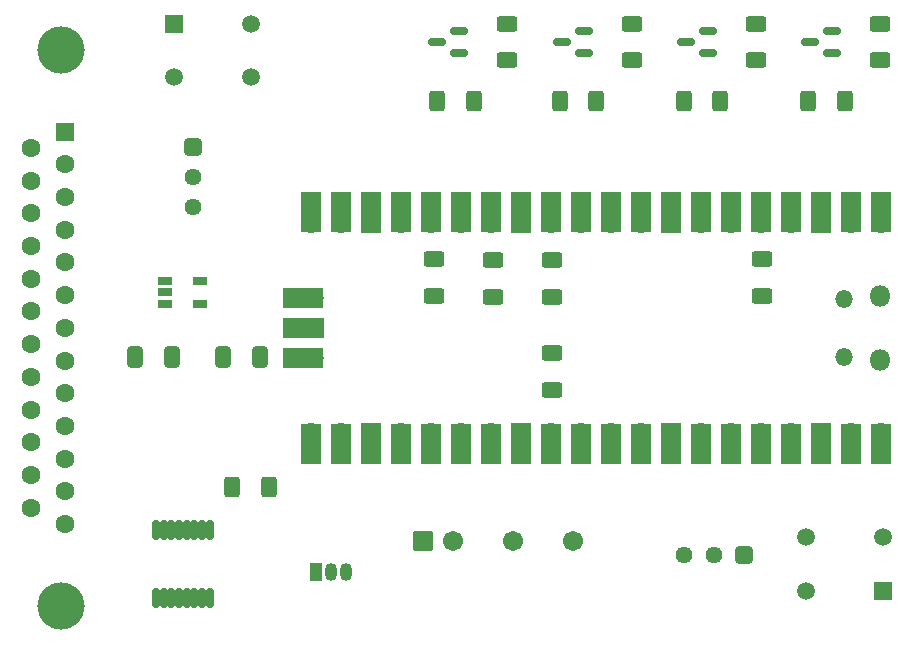
<source format=gbr>
%TF.GenerationSoftware,KiCad,Pcbnew,8.0.4*%
%TF.CreationDate,2024-09-29T14:35:45-05:00*%
%TF.ProjectId,KiCad-Pi-Pico,4b694361-642d-4506-992d-5069636f2e6b,1.0*%
%TF.SameCoordinates,Original*%
%TF.FileFunction,Soldermask,Top*%
%TF.FilePolarity,Negative*%
%FSLAX46Y46*%
G04 Gerber Fmt 4.6, Leading zero omitted, Abs format (unit mm)*
G04 Created by KiCad (PCBNEW 8.0.4) date 2024-09-29 14:35:45*
%MOMM*%
%LPD*%
G01*
G04 APERTURE LIST*
G04 Aperture macros list*
%AMRoundRect*
0 Rectangle with rounded corners*
0 $1 Rounding radius*
0 $2 $3 $4 $5 $6 $7 $8 $9 X,Y pos of 4 corners*
0 Add a 4 corners polygon primitive as box body*
4,1,4,$2,$3,$4,$5,$6,$7,$8,$9,$2,$3,0*
0 Add four circle primitives for the rounded corners*
1,1,$1+$1,$2,$3*
1,1,$1+$1,$4,$5*
1,1,$1+$1,$6,$7*
1,1,$1+$1,$8,$9*
0 Add four rect primitives between the rounded corners*
20,1,$1+$1,$2,$3,$4,$5,0*
20,1,$1+$1,$4,$5,$6,$7,0*
20,1,$1+$1,$6,$7,$8,$9,0*
20,1,$1+$1,$8,$9,$2,$3,0*%
G04 Aperture macros list end*
%ADD10RoundRect,0.214900X0.092100X-0.622100X0.092100X0.622100X-0.092100X0.622100X-0.092100X-0.622100X0*%
%ADD11RoundRect,0.214900X-0.092100X0.622100X-0.092100X-0.622100X0.092100X-0.622100X0.092100X0.622100X0*%
%ADD12RoundRect,0.102000X-0.750000X-0.750000X0.750000X-0.750000X0.750000X0.750000X-0.750000X0.750000X0*%
%ADD13C,1.704000*%
%ADD14RoundRect,0.250000X0.400000X0.625000X-0.400000X0.625000X-0.400000X-0.625000X0.400000X-0.625000X0*%
%ADD15RoundRect,0.250000X-0.625000X0.400000X-0.625000X-0.400000X0.625000X-0.400000X0.625000X0.400000X0*%
%ADD16C,4.000000*%
%ADD17R,1.600000X1.600000*%
%ADD18C,1.600000*%
%ADD19O,1.800000X1.800000*%
%ADD20O,1.500000X1.500000*%
%ADD21O,1.700000X1.700000*%
%ADD22R,1.700000X3.500000*%
%ADD23R,1.700000X1.700000*%
%ADD24R,3.500000X1.700000*%
%ADD25RoundRect,0.250000X0.625000X-0.400000X0.625000X0.400000X-0.625000X0.400000X-0.625000X-0.400000X0*%
%ADD26R,1.200000X0.650001*%
%ADD27RoundRect,0.250000X-0.470000X0.470000X-0.470000X-0.470000X0.470000X-0.470000X0.470000X0.470000X0*%
%ADD28C,1.440000*%
%ADD29RoundRect,0.250000X-0.412500X-0.650000X0.412500X-0.650000X0.412500X0.650000X-0.412500X0.650000X0*%
%ADD30R,1.016000X1.524000*%
%ADD31O,1.016000X1.524000*%
%ADD32RoundRect,0.250000X0.412500X0.650000X-0.412500X0.650000X-0.412500X-0.650000X0.412500X-0.650000X0*%
%ADD33RoundRect,0.150000X0.587500X0.150000X-0.587500X0.150000X-0.587500X-0.150000X0.587500X-0.150000X0*%
%ADD34R,1.498600X1.498600*%
%ADD35C,1.498600*%
%ADD36RoundRect,0.250000X-0.470000X-0.470000X0.470000X-0.470000X0.470000X0.470000X-0.470000X0.470000X0*%
G04 APERTURE END LIST*
D10*
%TO.C,U2*%
X112725000Y-122870000D03*
X113375000Y-122870000D03*
X114025000Y-122870000D03*
X114675000Y-122870000D03*
X115325000Y-122870000D03*
X115975000Y-122870000D03*
X116625000Y-122870000D03*
X117275000Y-122870000D03*
D11*
X117275000Y-117130000D03*
X116625000Y-117130000D03*
X115975000Y-117130000D03*
X115325000Y-117130000D03*
X114675000Y-117130000D03*
X114025000Y-117130000D03*
X113375000Y-117130000D03*
X112725000Y-117130000D03*
%TD*%
D12*
%TO.C,U4*%
X135312500Y-118080000D03*
D13*
X137852500Y-118080000D03*
X142932500Y-118080000D03*
X148012500Y-118080000D03*
%TD*%
D14*
%TO.C,R4*%
X171075000Y-80800000D03*
X167975000Y-80800000D03*
%TD*%
%TO.C,R5*%
X160525000Y-80800000D03*
X157425000Y-80800000D03*
%TD*%
D15*
%TO.C,R7*%
X146250000Y-102150000D03*
X146250000Y-105250000D03*
%TD*%
D16*
%TO.C,J1*%
X104705331Y-76445000D03*
X104705331Y-123545000D03*
D17*
X105005331Y-83375000D03*
D18*
X105005331Y-86145000D03*
X105005331Y-88915000D03*
X105005331Y-91685000D03*
X105005331Y-94455000D03*
X105005331Y-97225000D03*
X105005331Y-99995000D03*
X105005331Y-102765000D03*
X105005331Y-105535000D03*
X105005331Y-108305000D03*
X105005331Y-111075000D03*
X105005331Y-113845000D03*
X105005331Y-116615000D03*
X102165331Y-84760000D03*
X102165331Y-87530000D03*
X102165331Y-90300000D03*
X102165331Y-93070000D03*
X102165331Y-95840000D03*
X102165331Y-98610000D03*
X102165331Y-101380000D03*
X102165331Y-104150000D03*
X102165331Y-106920000D03*
X102165331Y-109690000D03*
X102165331Y-112460000D03*
X102165331Y-115230000D03*
%TD*%
D14*
%TO.C,R10*%
X122300000Y-113500000D03*
X119200000Y-113500000D03*
%TD*%
D19*
%TO.C,U1*%
X174000000Y-97275000D03*
D20*
X170970000Y-97575000D03*
X170970000Y-102425000D03*
D19*
X174000000Y-102725000D03*
D21*
X174130000Y-91110000D03*
D22*
X174130000Y-90210000D03*
D21*
X171590000Y-91110000D03*
D22*
X171590000Y-90210000D03*
D23*
X169050000Y-91110000D03*
D22*
X169050000Y-90210000D03*
D21*
X166510000Y-91110000D03*
D22*
X166510000Y-90210000D03*
D21*
X163970000Y-91110000D03*
D22*
X163970000Y-90210000D03*
D21*
X161430000Y-91110000D03*
D22*
X161430000Y-90210000D03*
D21*
X158890000Y-91110000D03*
D22*
X158890000Y-90210000D03*
D23*
X156350000Y-91110000D03*
D22*
X156350000Y-90210000D03*
D21*
X153810000Y-91110000D03*
D22*
X153810000Y-90210000D03*
D21*
X151270000Y-91110000D03*
D22*
X151270000Y-90210000D03*
D21*
X148730000Y-91110000D03*
D22*
X148730000Y-90210000D03*
D21*
X146190000Y-91110000D03*
D22*
X146190000Y-90210000D03*
D23*
X143650000Y-91110000D03*
D22*
X143650000Y-90210000D03*
D21*
X141110000Y-91110000D03*
D22*
X141110000Y-90210000D03*
D21*
X138570000Y-91110000D03*
D22*
X138570000Y-90210000D03*
D21*
X136030000Y-91110000D03*
D22*
X136030000Y-90210000D03*
D21*
X133490000Y-91110000D03*
D22*
X133490000Y-90210000D03*
D23*
X130950000Y-91110000D03*
D22*
X130950000Y-90210000D03*
D21*
X128410000Y-91110000D03*
D22*
X128410000Y-90210000D03*
D21*
X125870000Y-91110000D03*
D22*
X125870000Y-90210000D03*
D21*
X125870000Y-108890000D03*
D22*
X125870000Y-109790000D03*
D21*
X128410000Y-108890000D03*
D22*
X128410000Y-109790000D03*
D23*
X130950000Y-108890000D03*
D22*
X130950000Y-109790000D03*
D21*
X133490000Y-108890000D03*
D22*
X133490000Y-109790000D03*
D21*
X136030000Y-108890000D03*
D22*
X136030000Y-109790000D03*
D21*
X138570000Y-108890000D03*
D22*
X138570000Y-109790000D03*
D21*
X141110000Y-108890000D03*
D22*
X141110000Y-109790000D03*
D23*
X143650000Y-108890000D03*
D22*
X143650000Y-109790000D03*
D21*
X146190000Y-108890000D03*
D22*
X146190000Y-109790000D03*
D21*
X148730000Y-108890000D03*
D22*
X148730000Y-109790000D03*
D21*
X151270000Y-108890000D03*
D22*
X151270000Y-109790000D03*
D21*
X153810000Y-108890000D03*
D22*
X153810000Y-109790000D03*
D23*
X156350000Y-108890000D03*
D22*
X156350000Y-109790000D03*
D21*
X158890000Y-108890000D03*
D22*
X158890000Y-109790000D03*
D21*
X161430000Y-108890000D03*
D22*
X161430000Y-109790000D03*
D21*
X163970000Y-108890000D03*
D22*
X163970000Y-109790000D03*
D21*
X166510000Y-108890000D03*
D22*
X166510000Y-109790000D03*
D23*
X169050000Y-108890000D03*
D22*
X169050000Y-109790000D03*
D21*
X171590000Y-108890000D03*
D22*
X171590000Y-109790000D03*
D21*
X174130000Y-108890000D03*
D22*
X174130000Y-109790000D03*
D21*
X126100000Y-97460000D03*
D24*
X125200000Y-97460000D03*
D23*
X126100000Y-100000000D03*
D24*
X125200000Y-100000000D03*
D21*
X126100000Y-102540000D03*
D24*
X125200000Y-102540000D03*
%TD*%
D25*
%TO.C,R1*%
X174025000Y-77350000D03*
X174025000Y-74250000D03*
%TD*%
D26*
%TO.C,U3*%
X113524999Y-96049999D03*
X113524999Y-97000000D03*
X113524999Y-97949998D03*
X116474998Y-97949998D03*
X116474998Y-96049999D03*
%TD*%
D14*
%TO.C,R8*%
X139625000Y-80800000D03*
X136525000Y-80800000D03*
%TD*%
D27*
%TO.C,RV1*%
X162540000Y-119250000D03*
D28*
X160000000Y-119250000D03*
X157460000Y-119250000D03*
%TD*%
D25*
%TO.C,R14*%
X164000000Y-97300000D03*
X164000000Y-94200000D03*
%TD*%
%TO.C,R9*%
X142475000Y-77350000D03*
X142475000Y-74250000D03*
%TD*%
D29*
%TO.C,C_in*%
X118437500Y-102500000D03*
X121562500Y-102500000D03*
%TD*%
D25*
%TO.C,R11*%
X136250000Y-97300000D03*
X136250000Y-94200000D03*
%TD*%
%TO.C,R2*%
X163525000Y-77350000D03*
X163525000Y-74250000D03*
%TD*%
D30*
%TO.C,U5*%
X126260000Y-120635000D03*
D31*
X127530000Y-120635000D03*
X128800000Y-120635000D03*
%TD*%
D32*
%TO.C,C_out*%
X114062500Y-102500000D03*
X110937500Y-102500000D03*
%TD*%
D25*
%TO.C,R13*%
X146250000Y-97350000D03*
X146250000Y-94250000D03*
%TD*%
D33*
%TO.C,Q4*%
X138412500Y-76750000D03*
X138412500Y-74850000D03*
X136537500Y-75800000D03*
%TD*%
%TO.C,Q3*%
X148962500Y-76750000D03*
X148962500Y-74850000D03*
X147087500Y-75800000D03*
%TD*%
D34*
%TO.C,SW1*%
X174250001Y-122239401D03*
D35*
X167750000Y-122239401D03*
X174250001Y-117739400D03*
X167750000Y-117739400D03*
%TD*%
D25*
%TO.C,R3*%
X153025000Y-77350000D03*
X153025000Y-74250000D03*
%TD*%
D33*
%TO.C,Q1*%
X169962500Y-76750000D03*
X169962500Y-74850000D03*
X168087500Y-75800000D03*
%TD*%
D36*
%TO.C,RV2*%
X115852500Y-84710000D03*
D28*
X115852500Y-87250000D03*
X115852500Y-89790000D03*
%TD*%
D14*
%TO.C,R6*%
X150025000Y-80800000D03*
X146925000Y-80800000D03*
%TD*%
D33*
%TO.C,Q2*%
X159462500Y-76750000D03*
X159462500Y-74850000D03*
X157587500Y-75800000D03*
%TD*%
D34*
%TO.C,SW2*%
X114249999Y-74260599D03*
D35*
X120750000Y-74260599D03*
X114249999Y-78760600D03*
X120750000Y-78760600D03*
%TD*%
D25*
%TO.C,R12*%
X141250000Y-97350000D03*
X141250000Y-94250000D03*
%TD*%
M02*

</source>
